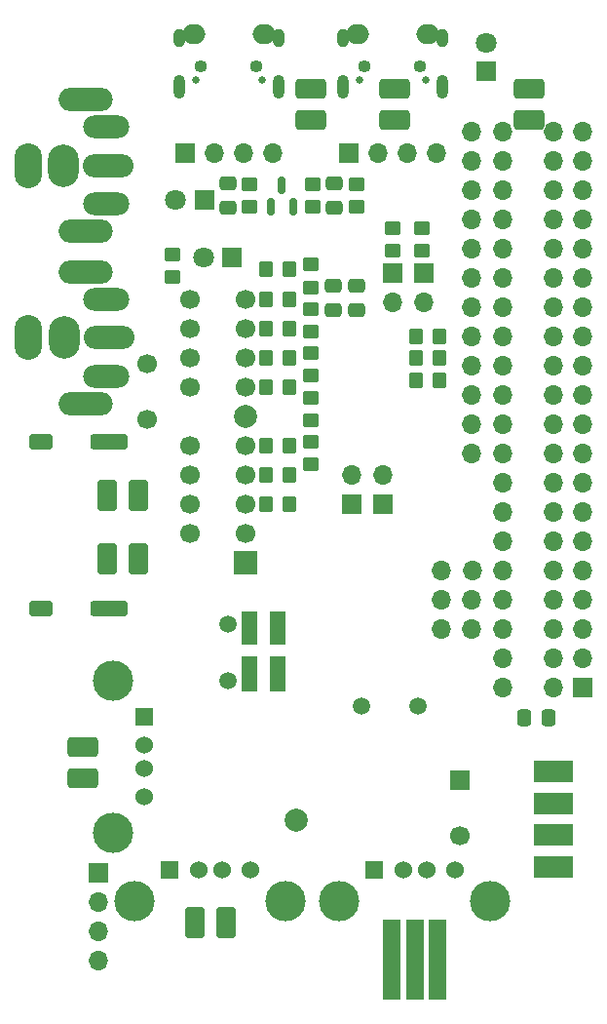
<source format=gbs>
G04 #@! TF.GenerationSoftware,KiCad,Pcbnew,6.0.11-2627ca5db0~126~ubuntu20.04.1*
G04 #@! TF.CreationDate,2024-04-17T12:51:00+05:00*
G04 #@! TF.ProjectId,16EJU24,3136454a-5532-4342-9e6b-696361645f70,rev?*
G04 #@! TF.SameCoordinates,Original*
G04 #@! TF.FileFunction,Soldermask,Bot*
G04 #@! TF.FilePolarity,Negative*
%FSLAX46Y46*%
G04 Gerber Fmt 4.6, Leading zero omitted, Abs format (unit mm)*
G04 Created by KiCad (PCBNEW 6.0.11-2627ca5db0~126~ubuntu20.04.1) date 2024-04-17 12:51:00*
%MOMM*%
%LPD*%
G01*
G04 APERTURE LIST*
G04 Aperture macros list*
%AMRoundRect*
0 Rectangle with rounded corners*
0 $1 Rounding radius*
0 $2 $3 $4 $5 $6 $7 $8 $9 X,Y pos of 4 corners*
0 Add a 4 corners polygon primitive as box body*
4,1,4,$2,$3,$4,$5,$6,$7,$8,$9,$2,$3,0*
0 Add four circle primitives for the rounded corners*
1,1,$1+$1,$2,$3*
1,1,$1+$1,$4,$5*
1,1,$1+$1,$6,$7*
1,1,$1+$1,$8,$9*
0 Add four rect primitives between the rounded corners*
20,1,$1+$1,$2,$3,$4,$5,0*
20,1,$1+$1,$4,$5,$6,$7,0*
20,1,$1+$1,$6,$7,$8,$9,0*
20,1,$1+$1,$8,$9,$2,$3,0*%
G04 Aperture macros list end*
%ADD10R,1.800000X1.800000*%
%ADD11C,1.800000*%
%ADD12C,1.700000*%
%ADD13R,1.700000X1.700000*%
%ADD14O,1.700000X1.700000*%
%ADD15RoundRect,0.250000X-0.450000X0.350000X-0.450000X-0.350000X0.450000X-0.350000X0.450000X0.350000X0*%
%ADD16RoundRect,0.250000X-0.350000X-0.450000X0.350000X-0.450000X0.350000X0.450000X-0.350000X0.450000X0*%
%ADD17RoundRect,0.150000X0.150000X-0.587500X0.150000X0.587500X-0.150000X0.587500X-0.150000X-0.587500X0*%
%ADD18RoundRect,0.250000X0.475000X-0.337500X0.475000X0.337500X-0.475000X0.337500X-0.475000X-0.337500X0*%
%ADD19RoundRect,0.250000X-0.475000X0.337500X-0.475000X-0.337500X0.475000X-0.337500X0.475000X0.337500X0*%
%ADD20C,2.000000*%
%ADD21C,0.650000*%
%ADD22O,1.000000X2.100000*%
%ADD23O,1.100000X1.100000*%
%ADD24O,1.000000X1.600000*%
%ADD25O,2.000000X1.700000*%
%ADD26RoundRect,0.350000X-1.300000X0.350000X-1.300000X-0.350000X1.300000X-0.350000X1.300000X0.350000X0*%
%ADD27RoundRect,0.350000X-0.700000X0.350000X-0.700000X-0.350000X0.700000X-0.350000X0.700000X0.350000X0*%
%ADD28R,1.524000X1.524000*%
%ADD29C,1.524000*%
%ADD30C,3.500000*%
%ADD31R,2.000000X2.000000*%
%ADD32C,1.500000*%
%ADD33O,4.000000X2.000000*%
%ADD34O,4.400000X2.000000*%
%ADD35O,2.400000X3.900000*%
%ADD36O,2.700000X3.700000*%
%ADD37O,4.700000X2.000000*%
%ADD38R,3.480000X1.846667*%
%ADD39RoundRect,0.323962X-0.534538X-1.026038X0.534538X-1.026038X0.534538X1.026038X-0.534538X1.026038X0*%
%ADD40RoundRect,0.323962X0.534538X1.026038X-0.534538X1.026038X-0.534538X-1.026038X0.534538X-1.026038X0*%
%ADD41R,1.600000X7.000000*%
%ADD42RoundRect,0.323962X1.026038X-0.534538X1.026038X0.534538X-1.026038X0.534538X-1.026038X-0.534538X0*%
%ADD43R,1.392000X3.048000*%
%ADD44R,1.392000X2.921000*%
%ADD45RoundRect,0.250000X0.450000X-0.350000X0.450000X0.350000X-0.450000X0.350000X-0.450000X-0.350000X0*%
%ADD46RoundRect,0.323962X-1.026038X0.534538X-1.026038X-0.534538X1.026038X-0.534538X1.026038X0.534538X0*%
%ADD47RoundRect,0.250000X0.337500X0.475000X-0.337500X0.475000X-0.337500X-0.475000X0.337500X-0.475000X0*%
G04 APERTURE END LIST*
D10*
X46482000Y-44069000D03*
D11*
X43982000Y-44069000D03*
D12*
X68664381Y-99280757D03*
D10*
X68664381Y-94454757D03*
D13*
X61976000Y-70485000D03*
D14*
X61976000Y-67945000D03*
D13*
X59309000Y-70485000D03*
D14*
X59309000Y-67945000D03*
D13*
X62865000Y-50419000D03*
D14*
X62865000Y-52959000D03*
D13*
X65532000Y-50419000D03*
D14*
X65532000Y-52959000D03*
D15*
X65405000Y-46498000D03*
X65405000Y-48498000D03*
X62865000Y-46498000D03*
X62865000Y-48498000D03*
D10*
X48895000Y-49022000D03*
D11*
X46395000Y-49022000D03*
D15*
X50419000Y-42688000D03*
X50419000Y-44688000D03*
X59690000Y-42688000D03*
X59690000Y-44688000D03*
D16*
X64897000Y-55880000D03*
X66897000Y-55880000D03*
X64913000Y-57785000D03*
X66913000Y-57785000D03*
X64913000Y-59690000D03*
X66913000Y-59690000D03*
D15*
X55880000Y-42688000D03*
X55880000Y-44688000D03*
D17*
X54163000Y-44625500D03*
X52263000Y-44625500D03*
X53213000Y-42750500D03*
D18*
X57658000Y-53615500D03*
X57658000Y-51540500D03*
X59690000Y-53615500D03*
X59690000Y-51540500D03*
X48514000Y-44725500D03*
X48514000Y-42650500D03*
D19*
X57785000Y-42650500D03*
X57785000Y-44725500D03*
D12*
X45212000Y-67945000D03*
X50038000Y-67945000D03*
D20*
X50046413Y-62888717D03*
D12*
X45212000Y-70485000D03*
X50038000Y-70485000D03*
D14*
X69723000Y-81280000D03*
X69723000Y-78740000D03*
D12*
X45212000Y-55245000D03*
X50038000Y-55245000D03*
D14*
X67056000Y-81280000D03*
X67056000Y-78740000D03*
X67056000Y-76200000D03*
X69806000Y-76200000D03*
X72390000Y-86360000D03*
X72390000Y-83820000D03*
X72390000Y-81280000D03*
X72390000Y-78740000D03*
X72390000Y-76200000D03*
X72390000Y-73660000D03*
X72390000Y-71120000D03*
X72390000Y-68580000D03*
X72390000Y-66040000D03*
X72390000Y-63500000D03*
X72390000Y-60960000D03*
X72390000Y-58420000D03*
X72390000Y-55880000D03*
X72390000Y-53340000D03*
X72390000Y-50800000D03*
X72390000Y-48260000D03*
X72390000Y-45720000D03*
X72390000Y-43180000D03*
X72390000Y-40640000D03*
X72390000Y-38100000D03*
D21*
X51500635Y-33684506D03*
X45720635Y-33684506D03*
D22*
X44290635Y-34214506D03*
D23*
X46172235Y-32463706D03*
D24*
X44290635Y-30034506D03*
D23*
X51012235Y-32463706D03*
D22*
X52930635Y-34214506D03*
D24*
X52930635Y-30034506D03*
D25*
X45535980Y-29629012D03*
X51631980Y-29657012D03*
D13*
X37284483Y-102508257D03*
D14*
X37284483Y-105048257D03*
X37284483Y-107588257D03*
X37284483Y-110128257D03*
D13*
X79375000Y-86355000D03*
D14*
X76835000Y-86355000D03*
X79375000Y-83815000D03*
X76835000Y-83815000D03*
X79375000Y-81275000D03*
X76835000Y-81275000D03*
X79375000Y-78735000D03*
X76835000Y-78735000D03*
X79375000Y-76195000D03*
X76835000Y-76195000D03*
X79375000Y-73655000D03*
X76835000Y-73655000D03*
X79375000Y-71115000D03*
X76835000Y-71115000D03*
X79375000Y-68575000D03*
X76835000Y-68575000D03*
X79375000Y-66035000D03*
X76835000Y-66035000D03*
X79375000Y-63495000D03*
X76835000Y-63495000D03*
X79375000Y-60955000D03*
X76835000Y-60955000D03*
X79375000Y-58415000D03*
X76835000Y-58415000D03*
X79375000Y-55875000D03*
X76835000Y-55875000D03*
X79375000Y-53335000D03*
X76835000Y-53335000D03*
X79375000Y-50795000D03*
X76835000Y-50795000D03*
X79375000Y-48255000D03*
X76835000Y-48255000D03*
X79375000Y-45715000D03*
X76835000Y-45715000D03*
X79375000Y-43175000D03*
X76835000Y-43175000D03*
X79375000Y-40635000D03*
X76835000Y-40635000D03*
X79375000Y-38095000D03*
X76835000Y-38095000D03*
D26*
X38227000Y-65038400D03*
D27*
X32267000Y-65038400D03*
X32267000Y-79538400D03*
D26*
X38227000Y-79538400D03*
D28*
X41275000Y-88900000D03*
D29*
X41275000Y-91400000D03*
X41275000Y-93400000D03*
X41275000Y-95900000D03*
D30*
X38565000Y-98970000D03*
X38565000Y-85830000D03*
D31*
X50066639Y-75569345D03*
D12*
X45212000Y-52705000D03*
X50038000Y-52705000D03*
D28*
X61270000Y-102222500D03*
D29*
X63770000Y-102222500D03*
X65770000Y-102222500D03*
X68270000Y-102222500D03*
D30*
X71340000Y-104932500D03*
X58200000Y-104932500D03*
D21*
X59949600Y-33682000D03*
X65729600Y-33682000D03*
D23*
X60401200Y-32461200D03*
D22*
X67159600Y-34212000D03*
D24*
X67159600Y-30032000D03*
D22*
X58519600Y-34212000D03*
D25*
X65860945Y-29654506D03*
D23*
X65241200Y-32461200D03*
D24*
X58519600Y-30032000D03*
D25*
X59764945Y-29626506D03*
D32*
X65024000Y-88011000D03*
X60144000Y-88011000D03*
D12*
X41529000Y-63119000D03*
X41529000Y-58293000D03*
D32*
X48564800Y-85762000D03*
X48564800Y-80882000D03*
D33*
X37958823Y-37707230D03*
X37958823Y-44407230D03*
D34*
X38158823Y-41057230D03*
D35*
X31175823Y-41057230D03*
D36*
X34258823Y-41057230D03*
D37*
X36158823Y-35342230D03*
X36158823Y-46772230D03*
D10*
X70993000Y-32910226D03*
D11*
X70993000Y-30410226D03*
D13*
X44810635Y-40005000D03*
D14*
X47350635Y-40005000D03*
X49890635Y-40005000D03*
X52430635Y-40005000D03*
D20*
X54483000Y-97917000D03*
D33*
X37973000Y-52657000D03*
X37973000Y-59357000D03*
D34*
X38173000Y-56007000D03*
D36*
X34273000Y-56007000D03*
D37*
X36173000Y-50292000D03*
X36173000Y-61722000D03*
D35*
X31190000Y-56007000D03*
D38*
X76806700Y-101970400D03*
X76806700Y-99200400D03*
X76806700Y-96430400D03*
X76806700Y-93660400D03*
D12*
X45212000Y-60325000D03*
X50038000Y-60325000D03*
D13*
X59065000Y-40005000D03*
D14*
X61605000Y-40005000D03*
X64145000Y-40005000D03*
X66685000Y-40005000D03*
D28*
X43490000Y-102222500D03*
D29*
X45990000Y-102222500D03*
X47990000Y-102222500D03*
X50490000Y-102222500D03*
D30*
X40420000Y-104932500D03*
X53560000Y-104932500D03*
D14*
X69723000Y-66040000D03*
X69723000Y-63500000D03*
X69723000Y-60960000D03*
X69723000Y-58420000D03*
X69723000Y-55880000D03*
X69723000Y-53340000D03*
X69723000Y-50800000D03*
X69723000Y-48260000D03*
X69723000Y-45720000D03*
X69723000Y-43180000D03*
X69723000Y-40640000D03*
X69723000Y-38100000D03*
D12*
X45212000Y-57785000D03*
X50038000Y-57785000D03*
X45212000Y-65405000D03*
X50038000Y-65405000D03*
X45212000Y-73025000D03*
X50038000Y-73025000D03*
D15*
X55753000Y-57309000D03*
X55753000Y-59309000D03*
D16*
X51832000Y-50038000D03*
X53832000Y-50038000D03*
D39*
X45623500Y-106807000D03*
X48356500Y-106807000D03*
D16*
X51832000Y-65405000D03*
X53832000Y-65405000D03*
D40*
X40736500Y-69723000D03*
X38003500Y-69723000D03*
D41*
X62764318Y-109982000D03*
X64764318Y-109982000D03*
X66764318Y-109982000D03*
D42*
X62992000Y-37133000D03*
X62992000Y-34400000D03*
D15*
X55753000Y-49673000D03*
X55753000Y-51673000D03*
D16*
X51832000Y-67945000D03*
X53832000Y-67945000D03*
D43*
X50408800Y-85242400D03*
D44*
X50408800Y-81241900D03*
X52816800Y-81241900D03*
D43*
X52816800Y-85242400D03*
D16*
X51832000Y-57785000D03*
X53832000Y-57785000D03*
D42*
X55753000Y-37133000D03*
X55753000Y-34400000D03*
D45*
X43688000Y-50784000D03*
X43688000Y-48784000D03*
D40*
X40736500Y-75184000D03*
X38003500Y-75184000D03*
D16*
X51832000Y-60325000D03*
X53832000Y-60325000D03*
D46*
X35941000Y-91518000D03*
X35941000Y-94251000D03*
D15*
X55753000Y-65024000D03*
X55753000Y-67024000D03*
X55753000Y-61214000D03*
X55753000Y-63214000D03*
D42*
X74676000Y-37133000D03*
X74676000Y-34400000D03*
D47*
X76348500Y-89027000D03*
X74273500Y-89027000D03*
D16*
X51832000Y-52705000D03*
X53832000Y-52705000D03*
D15*
X55753000Y-53499000D03*
X55753000Y-55499000D03*
D16*
X51832000Y-55245000D03*
X53832000Y-55245000D03*
X51832000Y-70485000D03*
X53832000Y-70485000D03*
M02*

</source>
